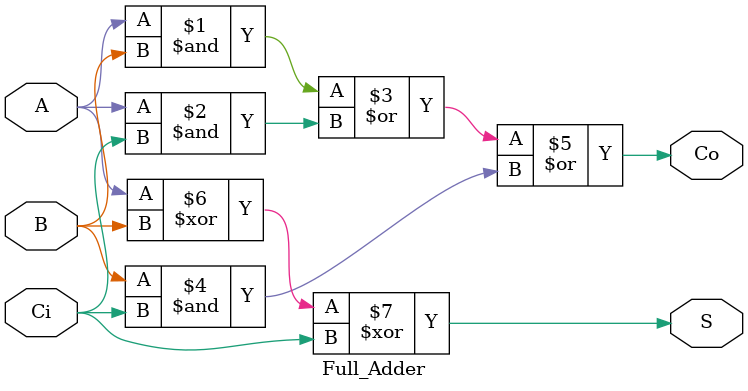
<source format=v>

module Full_Adder(A, B, Ci, Co, S);
	input A, B, Ci;
	output Co, S;
	
	assign Co = (A & B) | (A & Ci) | (B & Ci);
	assign S = A ^ B ^ Ci;
	
endmodule 
</source>
